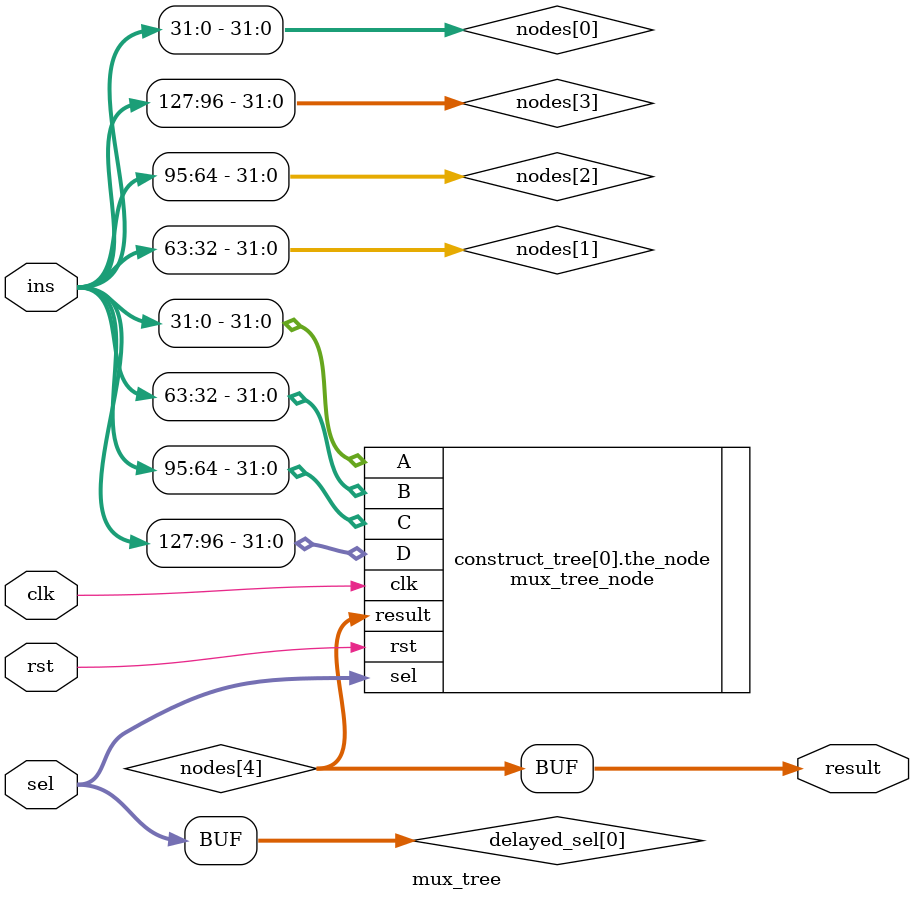
<source format=v>
`timescale 1ns / 1ps

/*
mux_tree.v

*/

`ifdef FROM_MUX_TREE
`include "mux_tree_node/mux_tree_node.v"
`elsif FROM_FWD_ARB
`include "mux_tree/mux_tree_node/mux_tree_node.v"
`endif

`define CLOG2(x) (\
   (((x) <= 1) ? 0 : \
   (((x) <= 2) ? 1 : \
   (((x) <= 4) ? 2 : \
   (((x) <= 8) ? 3 : \
   (((x) <= 16) ? 4 : \
   (((x) <= 32) ? 5 : \
   (((x) <= 64) ? 6 : \
   (((x) <= 128) ? 7 : \
   (((x) <= 256) ? 8 : \
   (((x) <= 512) ? 9 : \
   (((x) <= 1024) ? 10 : \
   (((x) <= 2048) ? 11 : \
   (((x) <= 4096) ? 12 : \
   (((x) <= 8192) ? 13 : \
   (((x) <= 16384) ? 14 : \
   (((x) <= 32768) ? 15 : \
   (((x) <= 65536) ? 16 : \
   -1))))))))))))))))))

//I coudln't find a small enough closed-form expression, so here's another look-up table
//No one will have more than 5460 nodes... right?
`define H(x) (\
   (((x) <= 0) ? 0 : \
   (((x) <= 4) ? 1 : \
   (((x) <= 20) ? 2 : \
   (((x) <= 84) ? 3 : \
   (((x) <= 340) ? 4 : \
   (((x) <= 1364) ? 5 : \
   (((x) <= 5460) ? 6 : \
   -1))))))))
	

`define CLOG4(x) ((`CLOG2(x)+1)/2)
`define genfor generate for
`define endgen end endgenerate

`define MIN(A,B) (((A)<(B))?(A):(B))

module mux_tree # (
    parameter N = 4,
    parameter WIDTH = 32,
    
    //Auto-derived parameters. Do not set
	parameter PADDED = (N%3 == 1) ? N : ((N%3 == 0) ? (N+1) : (N+2)),
	parameter TAG_SZ = 2*`CLOG4(PADDED) //= 2 * ceil(log_4(PADDED))
) (
    input wire clk,
    input wire rst,
    
    input wire [TAG_SZ-1:0] sel,
    input wire [N*WIDTH-1:0] ins,
    output wire [WIDTH-1:0] result
    
);
    
	parameter NUM_NODES = PADDED + (PADDED-1)/3; //Total nodes in tree
	parameter MAX_H = `CLOG4(PADDED); //Tree height
	parameter X_C = `MIN(N,NUM_NODES - (4**MAX_H - 1) / 3); //Cutoff between long and short paths
    
    //Tree nodes. Organized as usual array representation of an array
    wire [WIDTH-1:0] nodes[0:NUM_NODES-1];
    
    //Pipeline registers for MUX select
    reg [TAG_SZ-1:0] delayed_sel[0:MAX_H-1];
    always @(*) delayed_sel[0] <= sel;
    
    genvar i;
`genfor (i = 1; i < MAX_H; i = i + 1) begin : sel_pipeline_regs
    always @(posedge clk) begin
        if (rst) begin
            delayed_sel[i] <= 0;
        end else begin
            delayed_sel[i] <= delayed_sel[i-1];
        end
    end
`endgen
  
`genfor (i = 0; i < X_C; i = i + 1) begin : long_path_nodes
    //long path nodes
    assign nodes[i] = ins[WIDTH*(i+1) -1 -: WIDTH];
`endgen

`genfor (i = X_C; i < N; i = i + 1) begin : short_path_nodes
    //short path nodes. For simplicity, just delay them by one cycle
    reg [WIDTH-1:0] delayed;
    always @(posedge clk) begin
        if (rst) begin
            delayed <= 0;
        end else begin
            delayed <= ins[WIDTH*(i+1) -1 -: WIDTH];
        end
    end
    
    assign nodes[i] = delayed;
`endgen
    
`genfor (i = N; i < PADDED; i = i + 1) begin : padding
    //padding to one more than a multiple of 3
    assign nodes[i] = 0;
`endgen
    
`genfor (i = 0; i < (PADDED-1)/3; i = i + 1) begin : construct_tree
	`define DIST_TO_ROOT (`H(NUM_NODES-1-(PADDED+i)))
	`define DIST_FROM_LEAF (MAX_H-1 - `DIST_TO_ROOT)
	
    //construct tree
    mux_tree_node # (
        .WIDTH(WIDTH),
        .ENABLE_DELAY(1) //For now, delay everything
    ) the_node (
    	.clk(clk),
    	.rst(rst),
        .sel(delayed_sel[`DIST_FROM_LEAF]  [2*(`DIST_FROM_LEAF+1) -1 -: 2]),
        .A(nodes[4*i]),
        .B(nodes[4*i+1]),
        .C(nodes[4*i+2]),
        .D(nodes[4*i+3]),
        .result(nodes[PADDED+i])
    );
    `undef DIST_TO_ROOT
    `undef DIST_FROM_LEAF
`endgen

	//assign final output
	assign result = nodes[NUM_NODES-1];

endmodule

`undef genfor
`undef endgen
`undef CLOG2
`undef CLOG4
    `undef H

</source>
